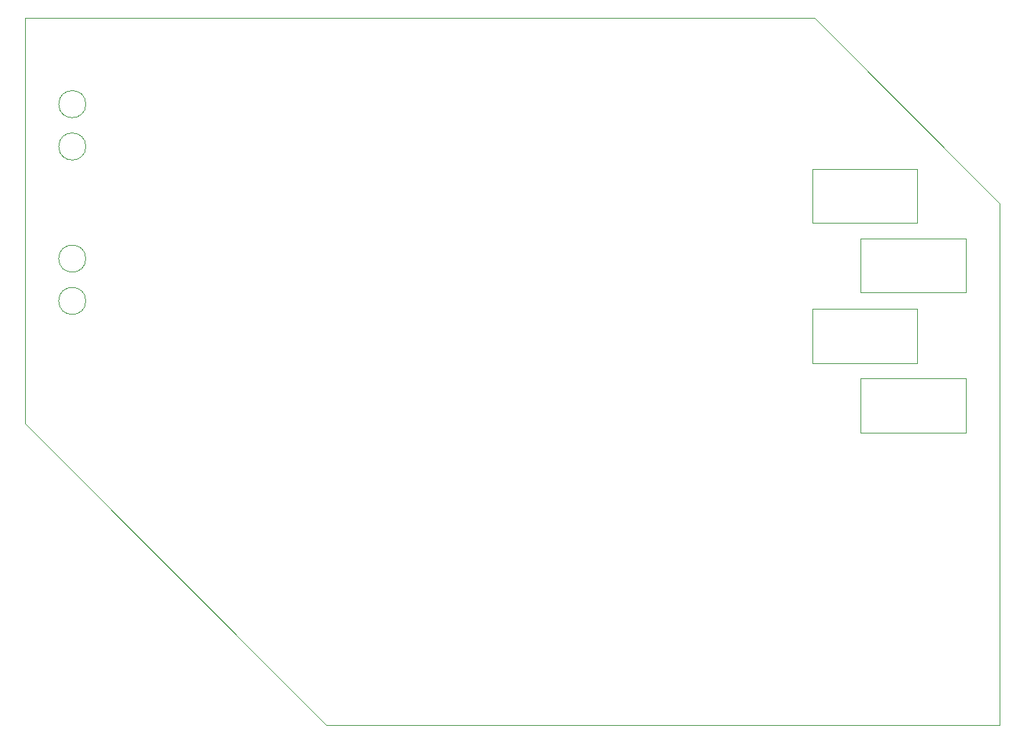
<source format=gbr>
%TF.GenerationSoftware,KiCad,Pcbnew,7.0.9-7.0.9~ubuntu22.04.1*%
%TF.CreationDate,2023-12-08T18:50:30-07:00*%
%TF.ProjectId,ph_meter,70685f6d-6574-4657-922e-6b696361645f,1.3*%
%TF.SameCoordinates,Original*%
%TF.FileFunction,Profile,NP*%
%FSLAX46Y46*%
G04 Gerber Fmt 4.6, Leading zero omitted, Abs format (unit mm)*
G04 Created by KiCad (PCBNEW 7.0.9-7.0.9~ubuntu22.04.1) date 2023-12-08 18:50:30*
%MOMM*%
%LPD*%
G01*
G04 APERTURE LIST*
%TA.AperFunction,Profile*%
%ADD10C,0.100000*%
%TD*%
G04 APERTURE END LIST*
D10*
X67200000Y-107000000D02*
X67200000Y-59100000D01*
X102800000Y-142600000D02*
X182300000Y-142600000D01*
X102800000Y-142600000D02*
X67200000Y-107000000D01*
X182300000Y-80950000D02*
X160450000Y-59100000D01*
X160450000Y-59100000D02*
X67200000Y-59100000D01*
X182300000Y-142600000D02*
X182300000Y-80950000D01*
X160190000Y-76890000D02*
X172590000Y-76890000D01*
X172590000Y-83290000D01*
X160190000Y-83290000D01*
X160190000Y-76890000D01*
X160190000Y-93440000D02*
X172590000Y-93440000D01*
X172590000Y-99840000D01*
X160190000Y-99840000D01*
X160190000Y-93440000D01*
X74400000Y-87500000D02*
G75*
G03*
X74400000Y-87500000I-1600000J0D01*
G01*
X165900000Y-101650000D02*
X178300000Y-101650000D01*
X178300000Y-108050000D01*
X165900000Y-108050000D01*
X165900000Y-101650000D01*
X74400000Y-92500000D02*
G75*
G03*
X74400000Y-92500000I-1600000J0D01*
G01*
X74400000Y-69250000D02*
G75*
G03*
X74400000Y-69250000I-1600000J0D01*
G01*
X74400000Y-74250000D02*
G75*
G03*
X74400000Y-74250000I-1600000J0D01*
G01*
X165900000Y-85100000D02*
X178300000Y-85100000D01*
X178300000Y-91500000D01*
X165900000Y-91500000D01*
X165900000Y-85100000D01*
M02*

</source>
